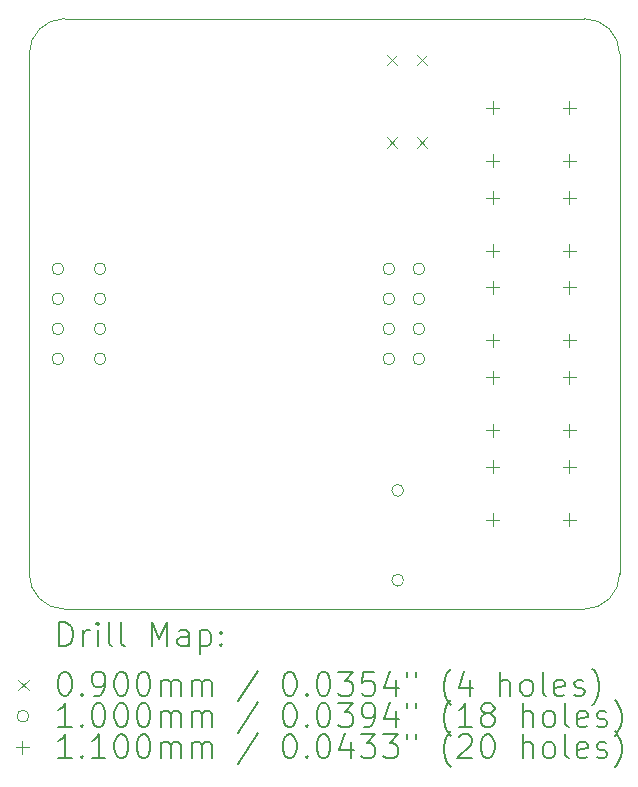
<source format=gbr>
%FSLAX45Y45*%
G04 Gerber Fmt 4.5, Leading zero omitted, Abs format (unit mm)*
G04 Created by KiCad (PCBNEW (6.0.2)) date 2022-03-15 19:19:35*
%MOMM*%
%LPD*%
G01*
G04 APERTURE LIST*
%TA.AperFunction,Profile*%
%ADD10C,0.050000*%
%TD*%
%ADD11C,0.200000*%
%ADD12C,0.090000*%
%ADD13C,0.100000*%
%ADD14C,0.110000*%
G04 APERTURE END LIST*
D10*
X17700000Y-10200000D02*
X17700000Y-5800000D01*
X12700000Y-10200000D02*
G75*
G03*
X13000000Y-10500000I300000J0D01*
G01*
X13000000Y-5500000D02*
G75*
G03*
X12700000Y-5800000I0J-300000D01*
G01*
X12700000Y-5800000D02*
X12700000Y-10200000D01*
X17400000Y-5500000D02*
X13000000Y-5500000D01*
X13000000Y-10500000D02*
X17400000Y-10500000D01*
X17400000Y-10500000D02*
G75*
G03*
X17700000Y-10200000I0J300000D01*
G01*
X17700000Y-5800000D02*
G75*
G03*
X17400000Y-5500000I-300000J0D01*
G01*
D11*
D12*
X15728500Y-5805000D02*
X15818500Y-5895000D01*
X15818500Y-5805000D02*
X15728500Y-5895000D01*
X15728500Y-6505000D02*
X15818500Y-6595000D01*
X15818500Y-6505000D02*
X15728500Y-6595000D01*
X15982500Y-5805000D02*
X16072500Y-5895000D01*
X16072500Y-5805000D02*
X15982500Y-5895000D01*
X15982500Y-6505000D02*
X16072500Y-6595000D01*
X16072500Y-6505000D02*
X15982500Y-6595000D01*
D13*
X12993500Y-7619000D02*
G75*
G03*
X12993500Y-7619000I-50000J0D01*
G01*
X12993500Y-7873000D02*
G75*
G03*
X12993500Y-7873000I-50000J0D01*
G01*
X12993500Y-8127000D02*
G75*
G03*
X12993500Y-8127000I-50000J0D01*
G01*
X12993500Y-8381000D02*
G75*
G03*
X12993500Y-8381000I-50000J0D01*
G01*
X13350000Y-7619000D02*
G75*
G03*
X13350000Y-7619000I-50000J0D01*
G01*
X13350000Y-7873000D02*
G75*
G03*
X13350000Y-7873000I-50000J0D01*
G01*
X13350000Y-8127000D02*
G75*
G03*
X13350000Y-8127000I-50000J0D01*
G01*
X13350000Y-8381000D02*
G75*
G03*
X13350000Y-8381000I-50000J0D01*
G01*
X15796000Y-7619000D02*
G75*
G03*
X15796000Y-7619000I-50000J0D01*
G01*
X15796000Y-7873000D02*
G75*
G03*
X15796000Y-7873000I-50000J0D01*
G01*
X15796000Y-8127000D02*
G75*
G03*
X15796000Y-8127000I-50000J0D01*
G01*
X15796000Y-8381000D02*
G75*
G03*
X15796000Y-8381000I-50000J0D01*
G01*
X15870000Y-9495000D02*
G75*
G03*
X15870000Y-9495000I-50000J0D01*
G01*
X15870000Y-10255000D02*
G75*
G03*
X15870000Y-10255000I-50000J0D01*
G01*
X16050000Y-7619000D02*
G75*
G03*
X16050000Y-7619000I-50000J0D01*
G01*
X16050000Y-7873000D02*
G75*
G03*
X16050000Y-7873000I-50000J0D01*
G01*
X16050000Y-8127000D02*
G75*
G03*
X16050000Y-8127000I-50000J0D01*
G01*
X16050000Y-8381000D02*
G75*
G03*
X16050000Y-8381000I-50000J0D01*
G01*
D14*
X16625000Y-6200000D02*
X16625000Y-6310000D01*
X16570000Y-6255000D02*
X16680000Y-6255000D01*
X16625000Y-6650000D02*
X16625000Y-6760000D01*
X16570000Y-6705000D02*
X16680000Y-6705000D01*
X16625000Y-6960000D02*
X16625000Y-7070000D01*
X16570000Y-7015000D02*
X16680000Y-7015000D01*
X16625000Y-7410000D02*
X16625000Y-7520000D01*
X16570000Y-7465000D02*
X16680000Y-7465000D01*
X16625000Y-7720000D02*
X16625000Y-7830000D01*
X16570000Y-7775000D02*
X16680000Y-7775000D01*
X16625000Y-8170000D02*
X16625000Y-8280000D01*
X16570000Y-8225000D02*
X16680000Y-8225000D01*
X16625000Y-8480000D02*
X16625000Y-8590000D01*
X16570000Y-8535000D02*
X16680000Y-8535000D01*
X16625000Y-8930000D02*
X16625000Y-9040000D01*
X16570000Y-8985000D02*
X16680000Y-8985000D01*
X16625000Y-9240000D02*
X16625000Y-9350000D01*
X16570000Y-9295000D02*
X16680000Y-9295000D01*
X16625000Y-9690000D02*
X16625000Y-9800000D01*
X16570000Y-9745000D02*
X16680000Y-9745000D01*
X17275000Y-6200000D02*
X17275000Y-6310000D01*
X17220000Y-6255000D02*
X17330000Y-6255000D01*
X17275000Y-6650000D02*
X17275000Y-6760000D01*
X17220000Y-6705000D02*
X17330000Y-6705000D01*
X17275000Y-6960000D02*
X17275000Y-7070000D01*
X17220000Y-7015000D02*
X17330000Y-7015000D01*
X17275000Y-7410000D02*
X17275000Y-7520000D01*
X17220000Y-7465000D02*
X17330000Y-7465000D01*
X17275000Y-7720000D02*
X17275000Y-7830000D01*
X17220000Y-7775000D02*
X17330000Y-7775000D01*
X17275000Y-8170000D02*
X17275000Y-8280000D01*
X17220000Y-8225000D02*
X17330000Y-8225000D01*
X17275000Y-8480000D02*
X17275000Y-8590000D01*
X17220000Y-8535000D02*
X17330000Y-8535000D01*
X17275000Y-8930000D02*
X17275000Y-9040000D01*
X17220000Y-8985000D02*
X17330000Y-8985000D01*
X17275000Y-9240000D02*
X17275000Y-9350000D01*
X17220000Y-9295000D02*
X17330000Y-9295000D01*
X17275000Y-9690000D02*
X17275000Y-9800000D01*
X17220000Y-9745000D02*
X17330000Y-9745000D01*
D11*
X12955119Y-10812976D02*
X12955119Y-10612976D01*
X13002738Y-10612976D01*
X13031309Y-10622500D01*
X13050357Y-10641548D01*
X13059881Y-10660595D01*
X13069405Y-10698690D01*
X13069405Y-10727262D01*
X13059881Y-10765357D01*
X13050357Y-10784405D01*
X13031309Y-10803452D01*
X13002738Y-10812976D01*
X12955119Y-10812976D01*
X13155119Y-10812976D02*
X13155119Y-10679643D01*
X13155119Y-10717738D02*
X13164643Y-10698690D01*
X13174167Y-10689167D01*
X13193214Y-10679643D01*
X13212262Y-10679643D01*
X13278928Y-10812976D02*
X13278928Y-10679643D01*
X13278928Y-10612976D02*
X13269405Y-10622500D01*
X13278928Y-10632024D01*
X13288452Y-10622500D01*
X13278928Y-10612976D01*
X13278928Y-10632024D01*
X13402738Y-10812976D02*
X13383690Y-10803452D01*
X13374167Y-10784405D01*
X13374167Y-10612976D01*
X13507500Y-10812976D02*
X13488452Y-10803452D01*
X13478928Y-10784405D01*
X13478928Y-10612976D01*
X13736071Y-10812976D02*
X13736071Y-10612976D01*
X13802738Y-10755833D01*
X13869405Y-10612976D01*
X13869405Y-10812976D01*
X14050357Y-10812976D02*
X14050357Y-10708214D01*
X14040833Y-10689167D01*
X14021786Y-10679643D01*
X13983690Y-10679643D01*
X13964643Y-10689167D01*
X14050357Y-10803452D02*
X14031309Y-10812976D01*
X13983690Y-10812976D01*
X13964643Y-10803452D01*
X13955119Y-10784405D01*
X13955119Y-10765357D01*
X13964643Y-10746310D01*
X13983690Y-10736786D01*
X14031309Y-10736786D01*
X14050357Y-10727262D01*
X14145595Y-10679643D02*
X14145595Y-10879643D01*
X14145595Y-10689167D02*
X14164643Y-10679643D01*
X14202738Y-10679643D01*
X14221786Y-10689167D01*
X14231309Y-10698690D01*
X14240833Y-10717738D01*
X14240833Y-10774881D01*
X14231309Y-10793929D01*
X14221786Y-10803452D01*
X14202738Y-10812976D01*
X14164643Y-10812976D01*
X14145595Y-10803452D01*
X14326548Y-10793929D02*
X14336071Y-10803452D01*
X14326548Y-10812976D01*
X14317024Y-10803452D01*
X14326548Y-10793929D01*
X14326548Y-10812976D01*
X14326548Y-10689167D02*
X14336071Y-10698690D01*
X14326548Y-10708214D01*
X14317024Y-10698690D01*
X14326548Y-10689167D01*
X14326548Y-10708214D01*
D12*
X12607500Y-11097500D02*
X12697500Y-11187500D01*
X12697500Y-11097500D02*
X12607500Y-11187500D01*
D11*
X12993214Y-11032976D02*
X13012262Y-11032976D01*
X13031309Y-11042500D01*
X13040833Y-11052024D01*
X13050357Y-11071071D01*
X13059881Y-11109167D01*
X13059881Y-11156786D01*
X13050357Y-11194881D01*
X13040833Y-11213928D01*
X13031309Y-11223452D01*
X13012262Y-11232976D01*
X12993214Y-11232976D01*
X12974167Y-11223452D01*
X12964643Y-11213928D01*
X12955119Y-11194881D01*
X12945595Y-11156786D01*
X12945595Y-11109167D01*
X12955119Y-11071071D01*
X12964643Y-11052024D01*
X12974167Y-11042500D01*
X12993214Y-11032976D01*
X13145595Y-11213928D02*
X13155119Y-11223452D01*
X13145595Y-11232976D01*
X13136071Y-11223452D01*
X13145595Y-11213928D01*
X13145595Y-11232976D01*
X13250357Y-11232976D02*
X13288452Y-11232976D01*
X13307500Y-11223452D01*
X13317024Y-11213928D01*
X13336071Y-11185357D01*
X13345595Y-11147262D01*
X13345595Y-11071071D01*
X13336071Y-11052024D01*
X13326548Y-11042500D01*
X13307500Y-11032976D01*
X13269405Y-11032976D01*
X13250357Y-11042500D01*
X13240833Y-11052024D01*
X13231309Y-11071071D01*
X13231309Y-11118690D01*
X13240833Y-11137738D01*
X13250357Y-11147262D01*
X13269405Y-11156786D01*
X13307500Y-11156786D01*
X13326548Y-11147262D01*
X13336071Y-11137738D01*
X13345595Y-11118690D01*
X13469405Y-11032976D02*
X13488452Y-11032976D01*
X13507500Y-11042500D01*
X13517024Y-11052024D01*
X13526548Y-11071071D01*
X13536071Y-11109167D01*
X13536071Y-11156786D01*
X13526548Y-11194881D01*
X13517024Y-11213928D01*
X13507500Y-11223452D01*
X13488452Y-11232976D01*
X13469405Y-11232976D01*
X13450357Y-11223452D01*
X13440833Y-11213928D01*
X13431309Y-11194881D01*
X13421786Y-11156786D01*
X13421786Y-11109167D01*
X13431309Y-11071071D01*
X13440833Y-11052024D01*
X13450357Y-11042500D01*
X13469405Y-11032976D01*
X13659881Y-11032976D02*
X13678928Y-11032976D01*
X13697976Y-11042500D01*
X13707500Y-11052024D01*
X13717024Y-11071071D01*
X13726548Y-11109167D01*
X13726548Y-11156786D01*
X13717024Y-11194881D01*
X13707500Y-11213928D01*
X13697976Y-11223452D01*
X13678928Y-11232976D01*
X13659881Y-11232976D01*
X13640833Y-11223452D01*
X13631309Y-11213928D01*
X13621786Y-11194881D01*
X13612262Y-11156786D01*
X13612262Y-11109167D01*
X13621786Y-11071071D01*
X13631309Y-11052024D01*
X13640833Y-11042500D01*
X13659881Y-11032976D01*
X13812262Y-11232976D02*
X13812262Y-11099643D01*
X13812262Y-11118690D02*
X13821786Y-11109167D01*
X13840833Y-11099643D01*
X13869405Y-11099643D01*
X13888452Y-11109167D01*
X13897976Y-11128214D01*
X13897976Y-11232976D01*
X13897976Y-11128214D02*
X13907500Y-11109167D01*
X13926548Y-11099643D01*
X13955119Y-11099643D01*
X13974167Y-11109167D01*
X13983690Y-11128214D01*
X13983690Y-11232976D01*
X14078928Y-11232976D02*
X14078928Y-11099643D01*
X14078928Y-11118690D02*
X14088452Y-11109167D01*
X14107500Y-11099643D01*
X14136071Y-11099643D01*
X14155119Y-11109167D01*
X14164643Y-11128214D01*
X14164643Y-11232976D01*
X14164643Y-11128214D02*
X14174167Y-11109167D01*
X14193214Y-11099643D01*
X14221786Y-11099643D01*
X14240833Y-11109167D01*
X14250357Y-11128214D01*
X14250357Y-11232976D01*
X14640833Y-11023452D02*
X14469405Y-11280595D01*
X14897976Y-11032976D02*
X14917024Y-11032976D01*
X14936071Y-11042500D01*
X14945595Y-11052024D01*
X14955119Y-11071071D01*
X14964643Y-11109167D01*
X14964643Y-11156786D01*
X14955119Y-11194881D01*
X14945595Y-11213928D01*
X14936071Y-11223452D01*
X14917024Y-11232976D01*
X14897976Y-11232976D01*
X14878928Y-11223452D01*
X14869405Y-11213928D01*
X14859881Y-11194881D01*
X14850357Y-11156786D01*
X14850357Y-11109167D01*
X14859881Y-11071071D01*
X14869405Y-11052024D01*
X14878928Y-11042500D01*
X14897976Y-11032976D01*
X15050357Y-11213928D02*
X15059881Y-11223452D01*
X15050357Y-11232976D01*
X15040833Y-11223452D01*
X15050357Y-11213928D01*
X15050357Y-11232976D01*
X15183690Y-11032976D02*
X15202738Y-11032976D01*
X15221786Y-11042500D01*
X15231309Y-11052024D01*
X15240833Y-11071071D01*
X15250357Y-11109167D01*
X15250357Y-11156786D01*
X15240833Y-11194881D01*
X15231309Y-11213928D01*
X15221786Y-11223452D01*
X15202738Y-11232976D01*
X15183690Y-11232976D01*
X15164643Y-11223452D01*
X15155119Y-11213928D01*
X15145595Y-11194881D01*
X15136071Y-11156786D01*
X15136071Y-11109167D01*
X15145595Y-11071071D01*
X15155119Y-11052024D01*
X15164643Y-11042500D01*
X15183690Y-11032976D01*
X15317024Y-11032976D02*
X15440833Y-11032976D01*
X15374167Y-11109167D01*
X15402738Y-11109167D01*
X15421786Y-11118690D01*
X15431309Y-11128214D01*
X15440833Y-11147262D01*
X15440833Y-11194881D01*
X15431309Y-11213928D01*
X15421786Y-11223452D01*
X15402738Y-11232976D01*
X15345595Y-11232976D01*
X15326548Y-11223452D01*
X15317024Y-11213928D01*
X15621786Y-11032976D02*
X15526548Y-11032976D01*
X15517024Y-11128214D01*
X15526548Y-11118690D01*
X15545595Y-11109167D01*
X15593214Y-11109167D01*
X15612262Y-11118690D01*
X15621786Y-11128214D01*
X15631309Y-11147262D01*
X15631309Y-11194881D01*
X15621786Y-11213928D01*
X15612262Y-11223452D01*
X15593214Y-11232976D01*
X15545595Y-11232976D01*
X15526548Y-11223452D01*
X15517024Y-11213928D01*
X15802738Y-11099643D02*
X15802738Y-11232976D01*
X15755119Y-11023452D02*
X15707500Y-11166310D01*
X15831309Y-11166310D01*
X15897976Y-11032976D02*
X15897976Y-11071071D01*
X15974167Y-11032976D02*
X15974167Y-11071071D01*
X16269405Y-11309167D02*
X16259881Y-11299643D01*
X16240833Y-11271071D01*
X16231309Y-11252024D01*
X16221786Y-11223452D01*
X16212262Y-11175833D01*
X16212262Y-11137738D01*
X16221786Y-11090119D01*
X16231309Y-11061548D01*
X16240833Y-11042500D01*
X16259881Y-11013929D01*
X16269405Y-11004405D01*
X16431309Y-11099643D02*
X16431309Y-11232976D01*
X16383690Y-11023452D02*
X16336071Y-11166310D01*
X16459881Y-11166310D01*
X16688452Y-11232976D02*
X16688452Y-11032976D01*
X16774167Y-11232976D02*
X16774167Y-11128214D01*
X16764643Y-11109167D01*
X16745595Y-11099643D01*
X16717024Y-11099643D01*
X16697976Y-11109167D01*
X16688452Y-11118690D01*
X16897976Y-11232976D02*
X16878929Y-11223452D01*
X16869405Y-11213928D01*
X16859881Y-11194881D01*
X16859881Y-11137738D01*
X16869405Y-11118690D01*
X16878929Y-11109167D01*
X16897976Y-11099643D01*
X16926548Y-11099643D01*
X16945595Y-11109167D01*
X16955119Y-11118690D01*
X16964643Y-11137738D01*
X16964643Y-11194881D01*
X16955119Y-11213928D01*
X16945595Y-11223452D01*
X16926548Y-11232976D01*
X16897976Y-11232976D01*
X17078929Y-11232976D02*
X17059881Y-11223452D01*
X17050357Y-11204405D01*
X17050357Y-11032976D01*
X17231310Y-11223452D02*
X17212262Y-11232976D01*
X17174167Y-11232976D01*
X17155119Y-11223452D01*
X17145595Y-11204405D01*
X17145595Y-11128214D01*
X17155119Y-11109167D01*
X17174167Y-11099643D01*
X17212262Y-11099643D01*
X17231310Y-11109167D01*
X17240833Y-11128214D01*
X17240833Y-11147262D01*
X17145595Y-11166310D01*
X17317024Y-11223452D02*
X17336071Y-11232976D01*
X17374167Y-11232976D01*
X17393214Y-11223452D01*
X17402738Y-11204405D01*
X17402738Y-11194881D01*
X17393214Y-11175833D01*
X17374167Y-11166310D01*
X17345595Y-11166310D01*
X17326548Y-11156786D01*
X17317024Y-11137738D01*
X17317024Y-11128214D01*
X17326548Y-11109167D01*
X17345595Y-11099643D01*
X17374167Y-11099643D01*
X17393214Y-11109167D01*
X17469405Y-11309167D02*
X17478929Y-11299643D01*
X17497976Y-11271071D01*
X17507500Y-11252024D01*
X17517024Y-11223452D01*
X17526548Y-11175833D01*
X17526548Y-11137738D01*
X17517024Y-11090119D01*
X17507500Y-11061548D01*
X17497976Y-11042500D01*
X17478929Y-11013929D01*
X17469405Y-11004405D01*
D13*
X12697500Y-11406500D02*
G75*
G03*
X12697500Y-11406500I-50000J0D01*
G01*
D11*
X13059881Y-11496976D02*
X12945595Y-11496976D01*
X13002738Y-11496976D02*
X13002738Y-11296976D01*
X12983690Y-11325548D01*
X12964643Y-11344595D01*
X12945595Y-11354119D01*
X13145595Y-11477928D02*
X13155119Y-11487452D01*
X13145595Y-11496976D01*
X13136071Y-11487452D01*
X13145595Y-11477928D01*
X13145595Y-11496976D01*
X13278928Y-11296976D02*
X13297976Y-11296976D01*
X13317024Y-11306500D01*
X13326548Y-11316024D01*
X13336071Y-11335071D01*
X13345595Y-11373167D01*
X13345595Y-11420786D01*
X13336071Y-11458881D01*
X13326548Y-11477928D01*
X13317024Y-11487452D01*
X13297976Y-11496976D01*
X13278928Y-11496976D01*
X13259881Y-11487452D01*
X13250357Y-11477928D01*
X13240833Y-11458881D01*
X13231309Y-11420786D01*
X13231309Y-11373167D01*
X13240833Y-11335071D01*
X13250357Y-11316024D01*
X13259881Y-11306500D01*
X13278928Y-11296976D01*
X13469405Y-11296976D02*
X13488452Y-11296976D01*
X13507500Y-11306500D01*
X13517024Y-11316024D01*
X13526548Y-11335071D01*
X13536071Y-11373167D01*
X13536071Y-11420786D01*
X13526548Y-11458881D01*
X13517024Y-11477928D01*
X13507500Y-11487452D01*
X13488452Y-11496976D01*
X13469405Y-11496976D01*
X13450357Y-11487452D01*
X13440833Y-11477928D01*
X13431309Y-11458881D01*
X13421786Y-11420786D01*
X13421786Y-11373167D01*
X13431309Y-11335071D01*
X13440833Y-11316024D01*
X13450357Y-11306500D01*
X13469405Y-11296976D01*
X13659881Y-11296976D02*
X13678928Y-11296976D01*
X13697976Y-11306500D01*
X13707500Y-11316024D01*
X13717024Y-11335071D01*
X13726548Y-11373167D01*
X13726548Y-11420786D01*
X13717024Y-11458881D01*
X13707500Y-11477928D01*
X13697976Y-11487452D01*
X13678928Y-11496976D01*
X13659881Y-11496976D01*
X13640833Y-11487452D01*
X13631309Y-11477928D01*
X13621786Y-11458881D01*
X13612262Y-11420786D01*
X13612262Y-11373167D01*
X13621786Y-11335071D01*
X13631309Y-11316024D01*
X13640833Y-11306500D01*
X13659881Y-11296976D01*
X13812262Y-11496976D02*
X13812262Y-11363643D01*
X13812262Y-11382690D02*
X13821786Y-11373167D01*
X13840833Y-11363643D01*
X13869405Y-11363643D01*
X13888452Y-11373167D01*
X13897976Y-11392214D01*
X13897976Y-11496976D01*
X13897976Y-11392214D02*
X13907500Y-11373167D01*
X13926548Y-11363643D01*
X13955119Y-11363643D01*
X13974167Y-11373167D01*
X13983690Y-11392214D01*
X13983690Y-11496976D01*
X14078928Y-11496976D02*
X14078928Y-11363643D01*
X14078928Y-11382690D02*
X14088452Y-11373167D01*
X14107500Y-11363643D01*
X14136071Y-11363643D01*
X14155119Y-11373167D01*
X14164643Y-11392214D01*
X14164643Y-11496976D01*
X14164643Y-11392214D02*
X14174167Y-11373167D01*
X14193214Y-11363643D01*
X14221786Y-11363643D01*
X14240833Y-11373167D01*
X14250357Y-11392214D01*
X14250357Y-11496976D01*
X14640833Y-11287452D02*
X14469405Y-11544595D01*
X14897976Y-11296976D02*
X14917024Y-11296976D01*
X14936071Y-11306500D01*
X14945595Y-11316024D01*
X14955119Y-11335071D01*
X14964643Y-11373167D01*
X14964643Y-11420786D01*
X14955119Y-11458881D01*
X14945595Y-11477928D01*
X14936071Y-11487452D01*
X14917024Y-11496976D01*
X14897976Y-11496976D01*
X14878928Y-11487452D01*
X14869405Y-11477928D01*
X14859881Y-11458881D01*
X14850357Y-11420786D01*
X14850357Y-11373167D01*
X14859881Y-11335071D01*
X14869405Y-11316024D01*
X14878928Y-11306500D01*
X14897976Y-11296976D01*
X15050357Y-11477928D02*
X15059881Y-11487452D01*
X15050357Y-11496976D01*
X15040833Y-11487452D01*
X15050357Y-11477928D01*
X15050357Y-11496976D01*
X15183690Y-11296976D02*
X15202738Y-11296976D01*
X15221786Y-11306500D01*
X15231309Y-11316024D01*
X15240833Y-11335071D01*
X15250357Y-11373167D01*
X15250357Y-11420786D01*
X15240833Y-11458881D01*
X15231309Y-11477928D01*
X15221786Y-11487452D01*
X15202738Y-11496976D01*
X15183690Y-11496976D01*
X15164643Y-11487452D01*
X15155119Y-11477928D01*
X15145595Y-11458881D01*
X15136071Y-11420786D01*
X15136071Y-11373167D01*
X15145595Y-11335071D01*
X15155119Y-11316024D01*
X15164643Y-11306500D01*
X15183690Y-11296976D01*
X15317024Y-11296976D02*
X15440833Y-11296976D01*
X15374167Y-11373167D01*
X15402738Y-11373167D01*
X15421786Y-11382690D01*
X15431309Y-11392214D01*
X15440833Y-11411262D01*
X15440833Y-11458881D01*
X15431309Y-11477928D01*
X15421786Y-11487452D01*
X15402738Y-11496976D01*
X15345595Y-11496976D01*
X15326548Y-11487452D01*
X15317024Y-11477928D01*
X15536071Y-11496976D02*
X15574167Y-11496976D01*
X15593214Y-11487452D01*
X15602738Y-11477928D01*
X15621786Y-11449357D01*
X15631309Y-11411262D01*
X15631309Y-11335071D01*
X15621786Y-11316024D01*
X15612262Y-11306500D01*
X15593214Y-11296976D01*
X15555119Y-11296976D01*
X15536071Y-11306500D01*
X15526548Y-11316024D01*
X15517024Y-11335071D01*
X15517024Y-11382690D01*
X15526548Y-11401738D01*
X15536071Y-11411262D01*
X15555119Y-11420786D01*
X15593214Y-11420786D01*
X15612262Y-11411262D01*
X15621786Y-11401738D01*
X15631309Y-11382690D01*
X15802738Y-11363643D02*
X15802738Y-11496976D01*
X15755119Y-11287452D02*
X15707500Y-11430309D01*
X15831309Y-11430309D01*
X15897976Y-11296976D02*
X15897976Y-11335071D01*
X15974167Y-11296976D02*
X15974167Y-11335071D01*
X16269405Y-11573167D02*
X16259881Y-11563643D01*
X16240833Y-11535071D01*
X16231309Y-11516024D01*
X16221786Y-11487452D01*
X16212262Y-11439833D01*
X16212262Y-11401738D01*
X16221786Y-11354119D01*
X16231309Y-11325548D01*
X16240833Y-11306500D01*
X16259881Y-11277928D01*
X16269405Y-11268405D01*
X16450357Y-11496976D02*
X16336071Y-11496976D01*
X16393214Y-11496976D02*
X16393214Y-11296976D01*
X16374167Y-11325548D01*
X16355119Y-11344595D01*
X16336071Y-11354119D01*
X16564643Y-11382690D02*
X16545595Y-11373167D01*
X16536071Y-11363643D01*
X16526548Y-11344595D01*
X16526548Y-11335071D01*
X16536071Y-11316024D01*
X16545595Y-11306500D01*
X16564643Y-11296976D01*
X16602738Y-11296976D01*
X16621786Y-11306500D01*
X16631309Y-11316024D01*
X16640833Y-11335071D01*
X16640833Y-11344595D01*
X16631309Y-11363643D01*
X16621786Y-11373167D01*
X16602738Y-11382690D01*
X16564643Y-11382690D01*
X16545595Y-11392214D01*
X16536071Y-11401738D01*
X16526548Y-11420786D01*
X16526548Y-11458881D01*
X16536071Y-11477928D01*
X16545595Y-11487452D01*
X16564643Y-11496976D01*
X16602738Y-11496976D01*
X16621786Y-11487452D01*
X16631309Y-11477928D01*
X16640833Y-11458881D01*
X16640833Y-11420786D01*
X16631309Y-11401738D01*
X16621786Y-11392214D01*
X16602738Y-11382690D01*
X16878929Y-11496976D02*
X16878929Y-11296976D01*
X16964643Y-11496976D02*
X16964643Y-11392214D01*
X16955119Y-11373167D01*
X16936071Y-11363643D01*
X16907500Y-11363643D01*
X16888452Y-11373167D01*
X16878929Y-11382690D01*
X17088452Y-11496976D02*
X17069405Y-11487452D01*
X17059881Y-11477928D01*
X17050357Y-11458881D01*
X17050357Y-11401738D01*
X17059881Y-11382690D01*
X17069405Y-11373167D01*
X17088452Y-11363643D01*
X17117024Y-11363643D01*
X17136071Y-11373167D01*
X17145595Y-11382690D01*
X17155119Y-11401738D01*
X17155119Y-11458881D01*
X17145595Y-11477928D01*
X17136071Y-11487452D01*
X17117024Y-11496976D01*
X17088452Y-11496976D01*
X17269405Y-11496976D02*
X17250357Y-11487452D01*
X17240833Y-11468405D01*
X17240833Y-11296976D01*
X17421786Y-11487452D02*
X17402738Y-11496976D01*
X17364643Y-11496976D01*
X17345595Y-11487452D01*
X17336071Y-11468405D01*
X17336071Y-11392214D01*
X17345595Y-11373167D01*
X17364643Y-11363643D01*
X17402738Y-11363643D01*
X17421786Y-11373167D01*
X17431310Y-11392214D01*
X17431310Y-11411262D01*
X17336071Y-11430309D01*
X17507500Y-11487452D02*
X17526548Y-11496976D01*
X17564643Y-11496976D01*
X17583690Y-11487452D01*
X17593214Y-11468405D01*
X17593214Y-11458881D01*
X17583690Y-11439833D01*
X17564643Y-11430309D01*
X17536071Y-11430309D01*
X17517024Y-11420786D01*
X17507500Y-11401738D01*
X17507500Y-11392214D01*
X17517024Y-11373167D01*
X17536071Y-11363643D01*
X17564643Y-11363643D01*
X17583690Y-11373167D01*
X17659881Y-11573167D02*
X17669405Y-11563643D01*
X17688452Y-11535071D01*
X17697976Y-11516024D01*
X17707500Y-11487452D01*
X17717024Y-11439833D01*
X17717024Y-11401738D01*
X17707500Y-11354119D01*
X17697976Y-11325548D01*
X17688452Y-11306500D01*
X17669405Y-11277928D01*
X17659881Y-11268405D01*
D14*
X12642500Y-11615500D02*
X12642500Y-11725500D01*
X12587500Y-11670500D02*
X12697500Y-11670500D01*
D11*
X13059881Y-11760976D02*
X12945595Y-11760976D01*
X13002738Y-11760976D02*
X13002738Y-11560976D01*
X12983690Y-11589548D01*
X12964643Y-11608595D01*
X12945595Y-11618119D01*
X13145595Y-11741928D02*
X13155119Y-11751452D01*
X13145595Y-11760976D01*
X13136071Y-11751452D01*
X13145595Y-11741928D01*
X13145595Y-11760976D01*
X13345595Y-11760976D02*
X13231309Y-11760976D01*
X13288452Y-11760976D02*
X13288452Y-11560976D01*
X13269405Y-11589548D01*
X13250357Y-11608595D01*
X13231309Y-11618119D01*
X13469405Y-11560976D02*
X13488452Y-11560976D01*
X13507500Y-11570500D01*
X13517024Y-11580024D01*
X13526548Y-11599071D01*
X13536071Y-11637167D01*
X13536071Y-11684786D01*
X13526548Y-11722881D01*
X13517024Y-11741928D01*
X13507500Y-11751452D01*
X13488452Y-11760976D01*
X13469405Y-11760976D01*
X13450357Y-11751452D01*
X13440833Y-11741928D01*
X13431309Y-11722881D01*
X13421786Y-11684786D01*
X13421786Y-11637167D01*
X13431309Y-11599071D01*
X13440833Y-11580024D01*
X13450357Y-11570500D01*
X13469405Y-11560976D01*
X13659881Y-11560976D02*
X13678928Y-11560976D01*
X13697976Y-11570500D01*
X13707500Y-11580024D01*
X13717024Y-11599071D01*
X13726548Y-11637167D01*
X13726548Y-11684786D01*
X13717024Y-11722881D01*
X13707500Y-11741928D01*
X13697976Y-11751452D01*
X13678928Y-11760976D01*
X13659881Y-11760976D01*
X13640833Y-11751452D01*
X13631309Y-11741928D01*
X13621786Y-11722881D01*
X13612262Y-11684786D01*
X13612262Y-11637167D01*
X13621786Y-11599071D01*
X13631309Y-11580024D01*
X13640833Y-11570500D01*
X13659881Y-11560976D01*
X13812262Y-11760976D02*
X13812262Y-11627643D01*
X13812262Y-11646690D02*
X13821786Y-11637167D01*
X13840833Y-11627643D01*
X13869405Y-11627643D01*
X13888452Y-11637167D01*
X13897976Y-11656214D01*
X13897976Y-11760976D01*
X13897976Y-11656214D02*
X13907500Y-11637167D01*
X13926548Y-11627643D01*
X13955119Y-11627643D01*
X13974167Y-11637167D01*
X13983690Y-11656214D01*
X13983690Y-11760976D01*
X14078928Y-11760976D02*
X14078928Y-11627643D01*
X14078928Y-11646690D02*
X14088452Y-11637167D01*
X14107500Y-11627643D01*
X14136071Y-11627643D01*
X14155119Y-11637167D01*
X14164643Y-11656214D01*
X14164643Y-11760976D01*
X14164643Y-11656214D02*
X14174167Y-11637167D01*
X14193214Y-11627643D01*
X14221786Y-11627643D01*
X14240833Y-11637167D01*
X14250357Y-11656214D01*
X14250357Y-11760976D01*
X14640833Y-11551452D02*
X14469405Y-11808595D01*
X14897976Y-11560976D02*
X14917024Y-11560976D01*
X14936071Y-11570500D01*
X14945595Y-11580024D01*
X14955119Y-11599071D01*
X14964643Y-11637167D01*
X14964643Y-11684786D01*
X14955119Y-11722881D01*
X14945595Y-11741928D01*
X14936071Y-11751452D01*
X14917024Y-11760976D01*
X14897976Y-11760976D01*
X14878928Y-11751452D01*
X14869405Y-11741928D01*
X14859881Y-11722881D01*
X14850357Y-11684786D01*
X14850357Y-11637167D01*
X14859881Y-11599071D01*
X14869405Y-11580024D01*
X14878928Y-11570500D01*
X14897976Y-11560976D01*
X15050357Y-11741928D02*
X15059881Y-11751452D01*
X15050357Y-11760976D01*
X15040833Y-11751452D01*
X15050357Y-11741928D01*
X15050357Y-11760976D01*
X15183690Y-11560976D02*
X15202738Y-11560976D01*
X15221786Y-11570500D01*
X15231309Y-11580024D01*
X15240833Y-11599071D01*
X15250357Y-11637167D01*
X15250357Y-11684786D01*
X15240833Y-11722881D01*
X15231309Y-11741928D01*
X15221786Y-11751452D01*
X15202738Y-11760976D01*
X15183690Y-11760976D01*
X15164643Y-11751452D01*
X15155119Y-11741928D01*
X15145595Y-11722881D01*
X15136071Y-11684786D01*
X15136071Y-11637167D01*
X15145595Y-11599071D01*
X15155119Y-11580024D01*
X15164643Y-11570500D01*
X15183690Y-11560976D01*
X15421786Y-11627643D02*
X15421786Y-11760976D01*
X15374167Y-11551452D02*
X15326548Y-11694309D01*
X15450357Y-11694309D01*
X15507500Y-11560976D02*
X15631309Y-11560976D01*
X15564643Y-11637167D01*
X15593214Y-11637167D01*
X15612262Y-11646690D01*
X15621786Y-11656214D01*
X15631309Y-11675262D01*
X15631309Y-11722881D01*
X15621786Y-11741928D01*
X15612262Y-11751452D01*
X15593214Y-11760976D01*
X15536071Y-11760976D01*
X15517024Y-11751452D01*
X15507500Y-11741928D01*
X15697976Y-11560976D02*
X15821786Y-11560976D01*
X15755119Y-11637167D01*
X15783690Y-11637167D01*
X15802738Y-11646690D01*
X15812262Y-11656214D01*
X15821786Y-11675262D01*
X15821786Y-11722881D01*
X15812262Y-11741928D01*
X15802738Y-11751452D01*
X15783690Y-11760976D01*
X15726548Y-11760976D01*
X15707500Y-11751452D01*
X15697976Y-11741928D01*
X15897976Y-11560976D02*
X15897976Y-11599071D01*
X15974167Y-11560976D02*
X15974167Y-11599071D01*
X16269405Y-11837167D02*
X16259881Y-11827643D01*
X16240833Y-11799071D01*
X16231309Y-11780024D01*
X16221786Y-11751452D01*
X16212262Y-11703833D01*
X16212262Y-11665738D01*
X16221786Y-11618119D01*
X16231309Y-11589548D01*
X16240833Y-11570500D01*
X16259881Y-11541928D01*
X16269405Y-11532405D01*
X16336071Y-11580024D02*
X16345595Y-11570500D01*
X16364643Y-11560976D01*
X16412262Y-11560976D01*
X16431309Y-11570500D01*
X16440833Y-11580024D01*
X16450357Y-11599071D01*
X16450357Y-11618119D01*
X16440833Y-11646690D01*
X16326548Y-11760976D01*
X16450357Y-11760976D01*
X16574167Y-11560976D02*
X16593214Y-11560976D01*
X16612262Y-11570500D01*
X16621786Y-11580024D01*
X16631309Y-11599071D01*
X16640833Y-11637167D01*
X16640833Y-11684786D01*
X16631309Y-11722881D01*
X16621786Y-11741928D01*
X16612262Y-11751452D01*
X16593214Y-11760976D01*
X16574167Y-11760976D01*
X16555119Y-11751452D01*
X16545595Y-11741928D01*
X16536071Y-11722881D01*
X16526548Y-11684786D01*
X16526548Y-11637167D01*
X16536071Y-11599071D01*
X16545595Y-11580024D01*
X16555119Y-11570500D01*
X16574167Y-11560976D01*
X16878929Y-11760976D02*
X16878929Y-11560976D01*
X16964643Y-11760976D02*
X16964643Y-11656214D01*
X16955119Y-11637167D01*
X16936071Y-11627643D01*
X16907500Y-11627643D01*
X16888452Y-11637167D01*
X16878929Y-11646690D01*
X17088452Y-11760976D02*
X17069405Y-11751452D01*
X17059881Y-11741928D01*
X17050357Y-11722881D01*
X17050357Y-11665738D01*
X17059881Y-11646690D01*
X17069405Y-11637167D01*
X17088452Y-11627643D01*
X17117024Y-11627643D01*
X17136071Y-11637167D01*
X17145595Y-11646690D01*
X17155119Y-11665738D01*
X17155119Y-11722881D01*
X17145595Y-11741928D01*
X17136071Y-11751452D01*
X17117024Y-11760976D01*
X17088452Y-11760976D01*
X17269405Y-11760976D02*
X17250357Y-11751452D01*
X17240833Y-11732405D01*
X17240833Y-11560976D01*
X17421786Y-11751452D02*
X17402738Y-11760976D01*
X17364643Y-11760976D01*
X17345595Y-11751452D01*
X17336071Y-11732405D01*
X17336071Y-11656214D01*
X17345595Y-11637167D01*
X17364643Y-11627643D01*
X17402738Y-11627643D01*
X17421786Y-11637167D01*
X17431310Y-11656214D01*
X17431310Y-11675262D01*
X17336071Y-11694309D01*
X17507500Y-11751452D02*
X17526548Y-11760976D01*
X17564643Y-11760976D01*
X17583690Y-11751452D01*
X17593214Y-11732405D01*
X17593214Y-11722881D01*
X17583690Y-11703833D01*
X17564643Y-11694309D01*
X17536071Y-11694309D01*
X17517024Y-11684786D01*
X17507500Y-11665738D01*
X17507500Y-11656214D01*
X17517024Y-11637167D01*
X17536071Y-11627643D01*
X17564643Y-11627643D01*
X17583690Y-11637167D01*
X17659881Y-11837167D02*
X17669405Y-11827643D01*
X17688452Y-11799071D01*
X17697976Y-11780024D01*
X17707500Y-11751452D01*
X17717024Y-11703833D01*
X17717024Y-11665738D01*
X17707500Y-11618119D01*
X17697976Y-11589548D01*
X17688452Y-11570500D01*
X17669405Y-11541928D01*
X17659881Y-11532405D01*
M02*

</source>
